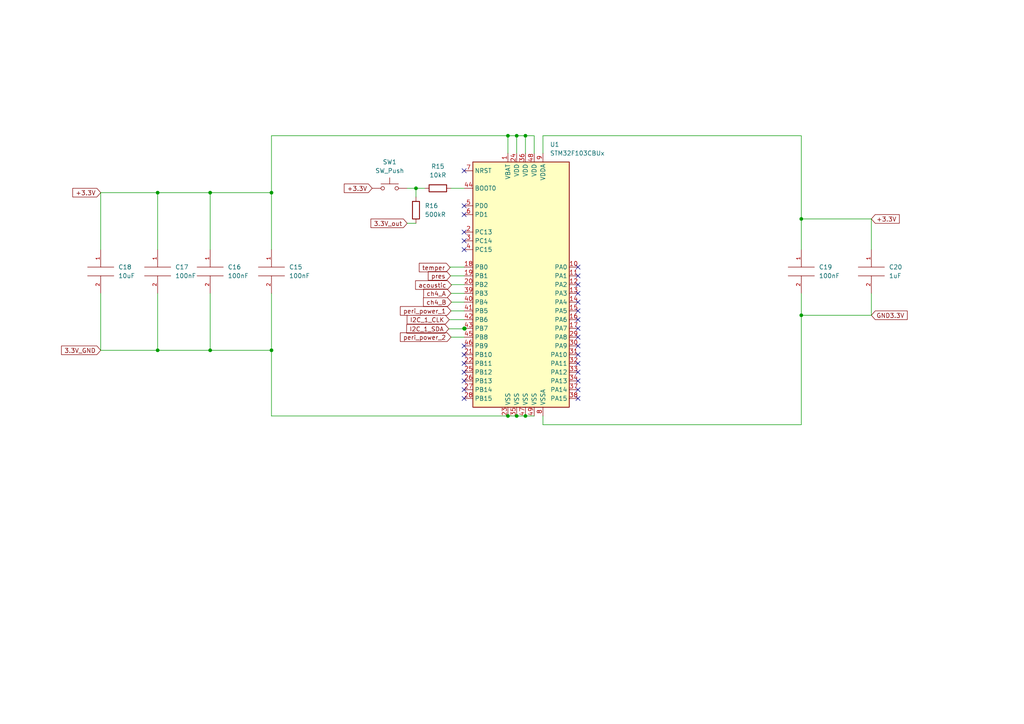
<source format=kicad_sch>
(kicad_sch (version 20211123) (generator eeschema)

  (uuid 3debd225-3ced-4504-af11-875d8cb35853)

  (paper "A4")

  (lib_symbols
    (symbol "Device:R" (pin_numbers hide) (pin_names (offset 0)) (in_bom yes) (on_board yes)
      (property "Reference" "R" (id 0) (at 2.032 0 90)
        (effects (font (size 1.27 1.27)))
      )
      (property "Value" "R" (id 1) (at 0 0 90)
        (effects (font (size 1.27 1.27)))
      )
      (property "Footprint" "" (id 2) (at -1.778 0 90)
        (effects (font (size 1.27 1.27)) hide)
      )
      (property "Datasheet" "~" (id 3) (at 0 0 0)
        (effects (font (size 1.27 1.27)) hide)
      )
      (property "ki_keywords" "R res resistor" (id 4) (at 0 0 0)
        (effects (font (size 1.27 1.27)) hide)
      )
      (property "ki_description" "Resistor" (id 5) (at 0 0 0)
        (effects (font (size 1.27 1.27)) hide)
      )
      (property "ki_fp_filters" "R_*" (id 6) (at 0 0 0)
        (effects (font (size 1.27 1.27)) hide)
      )
      (symbol "R_0_1"
        (rectangle (start -1.016 -2.54) (end 1.016 2.54)
          (stroke (width 0.254) (type default) (color 0 0 0 0))
          (fill (type none))
        )
      )
      (symbol "R_1_1"
        (pin passive line (at 0 3.81 270) (length 1.27)
          (name "~" (effects (font (size 1.27 1.27))))
          (number "1" (effects (font (size 1.27 1.27))))
        )
        (pin passive line (at 0 -3.81 90) (length 1.27)
          (name "~" (effects (font (size 1.27 1.27))))
          (number "2" (effects (font (size 1.27 1.27))))
        )
      )
    )
    (symbol "MCU_ST_STM32F1:STM32F103CBUx" (in_bom yes) (on_board yes)
      (property "Reference" "U" (id 0) (at -15.24 36.83 0)
        (effects (font (size 1.27 1.27)) (justify left))
      )
      (property "Value" "STM32F103CBUx" (id 1) (at 7.62 36.83 0)
        (effects (font (size 1.27 1.27)) (justify left))
      )
      (property "Footprint" "Package_DFN_QFN:QFN-48-1EP_7x7mm_P0.5mm_EP5.6x5.6mm" (id 2) (at -15.24 -35.56 0)
        (effects (font (size 1.27 1.27)) (justify right) hide)
      )
      (property "Datasheet" "http://www.st.com/st-web-ui/static/active/en/resource/technical/document/datasheet/CD00161566.pdf" (id 3) (at 0 0 0)
        (effects (font (size 1.27 1.27)) hide)
      )
      (property "ki_keywords" "ARM Cortex-M3 STM32F1 STM32F103" (id 4) (at 0 0 0)
        (effects (font (size 1.27 1.27)) hide)
      )
      (property "ki_description" "ARM Cortex-M3 MCU, 128KB flash, 20KB RAM, 72MHz, 2-3.6V, 37 GPIO, UFQFPN-48" (id 5) (at 0 0 0)
        (effects (font (size 1.27 1.27)) hide)
      )
      (property "ki_fp_filters" "QFN*1EP*7x7mm*P0.5mm*" (id 6) (at 0 0 0)
        (effects (font (size 1.27 1.27)) hide)
      )
      (symbol "STM32F103CBUx_0_1"
        (rectangle (start -15.24 -35.56) (end 12.7 35.56)
          (stroke (width 0.254) (type default) (color 0 0 0 0))
          (fill (type background))
        )
      )
      (symbol "STM32F103CBUx_1_1"
        (pin power_in line (at -5.08 38.1 270) (length 2.54)
          (name "VBAT" (effects (font (size 1.27 1.27))))
          (number "1" (effects (font (size 1.27 1.27))))
        )
        (pin bidirectional line (at 15.24 5.08 180) (length 2.54)
          (name "PA0" (effects (font (size 1.27 1.27))))
          (number "10" (effects (font (size 1.27 1.27))))
        )
        (pin bidirectional line (at 15.24 2.54 180) (length 2.54)
          (name "PA1" (effects (font (size 1.27 1.27))))
          (number "11" (effects (font (size 1.27 1.27))))
        )
        (pin bidirectional line (at 15.24 0 180) (length 2.54)
          (name "PA2" (effects (font (size 1.27 1.27))))
          (number "12" (effects (font (size 1.27 1.27))))
        )
        (pin bidirectional line (at 15.24 -2.54 180) (length 2.54)
          (name "PA3" (effects (font (size 1.27 1.27))))
          (number "13" (effects (font (size 1.27 1.27))))
        )
        (pin bidirectional line (at 15.24 -5.08 180) (length 2.54)
          (name "PA4" (effects (font (size 1.27 1.27))))
          (number "14" (effects (font (size 1.27 1.27))))
        )
        (pin bidirectional line (at 15.24 -7.62 180) (length 2.54)
          (name "PA5" (effects (font (size 1.27 1.27))))
          (number "15" (effects (font (size 1.27 1.27))))
        )
        (pin bidirectional line (at 15.24 -10.16 180) (length 2.54)
          (name "PA6" (effects (font (size 1.27 1.27))))
          (number "16" (effects (font (size 1.27 1.27))))
        )
        (pin bidirectional line (at 15.24 -12.7 180) (length 2.54)
          (name "PA7" (effects (font (size 1.27 1.27))))
          (number "17" (effects (font (size 1.27 1.27))))
        )
        (pin bidirectional line (at -17.78 5.08 0) (length 2.54)
          (name "PB0" (effects (font (size 1.27 1.27))))
          (number "18" (effects (font (size 1.27 1.27))))
        )
        (pin bidirectional line (at -17.78 2.54 0) (length 2.54)
          (name "PB1" (effects (font (size 1.27 1.27))))
          (number "19" (effects (font (size 1.27 1.27))))
        )
        (pin bidirectional line (at -17.78 15.24 0) (length 2.54)
          (name "PC13" (effects (font (size 1.27 1.27))))
          (number "2" (effects (font (size 1.27 1.27))))
        )
        (pin bidirectional line (at -17.78 0 0) (length 2.54)
          (name "PB2" (effects (font (size 1.27 1.27))))
          (number "20" (effects (font (size 1.27 1.27))))
        )
        (pin bidirectional line (at -17.78 -20.32 0) (length 2.54)
          (name "PB10" (effects (font (size 1.27 1.27))))
          (number "21" (effects (font (size 1.27 1.27))))
        )
        (pin bidirectional line (at -17.78 -22.86 0) (length 2.54)
          (name "PB11" (effects (font (size 1.27 1.27))))
          (number "22" (effects (font (size 1.27 1.27))))
        )
        (pin power_in line (at -5.08 -38.1 90) (length 2.54)
          (name "VSS" (effects (font (size 1.27 1.27))))
          (number "23" (effects (font (size 1.27 1.27))))
        )
        (pin power_in line (at -2.54 38.1 270) (length 2.54)
          (name "VDD" (effects (font (size 1.27 1.27))))
          (number "24" (effects (font (size 1.27 1.27))))
        )
        (pin bidirectional line (at -17.78 -25.4 0) (length 2.54)
          (name "PB12" (effects (font (size 1.27 1.27))))
          (number "25" (effects (font (size 1.27 1.27))))
        )
        (pin bidirectional line (at -17.78 -27.94 0) (length 2.54)
          (name "PB13" (effects (font (size 1.27 1.27))))
          (number "26" (effects (font (size 1.27 1.27))))
        )
        (pin bidirectional line (at -17.78 -30.48 0) (length 2.54)
          (name "PB14" (effects (font (size 1.27 1.27))))
          (number "27" (effects (font (size 1.27 1.27))))
        )
        (pin bidirectional line (at -17.78 -33.02 0) (length 2.54)
          (name "PB15" (effects (font (size 1.27 1.27))))
          (number "28" (effects (font (size 1.27 1.27))))
        )
        (pin bidirectional line (at 15.24 -15.24 180) (length 2.54)
          (name "PA8" (effects (font (size 1.27 1.27))))
          (number "29" (effects (font (size 1.27 1.27))))
        )
        (pin bidirectional line (at -17.78 12.7 0) (length 2.54)
          (name "PC14" (effects (font (size 1.27 1.27))))
          (number "3" (effects (font (size 1.27 1.27))))
        )
        (pin bidirectional line (at 15.24 -17.78 180) (length 2.54)
          (name "PA9" (effects (font (size 1.27 1.27))))
          (number "30" (effects (font (size 1.27 1.27))))
        )
        (pin bidirectional line (at 15.24 -20.32 180) (length 2.54)
          (name "PA10" (effects (font (size 1.27 1.27))))
          (number "31" (effects (font (size 1.27 1.27))))
        )
        (pin bidirectional line (at 15.24 -22.86 180) (length 2.54)
          (name "PA11" (effects (font (size 1.27 1.27))))
          (number "32" (effects (font (size 1.27 1.27))))
        )
        (pin bidirectional line (at 15.24 -25.4 180) (length 2.54)
          (name "PA12" (effects (font (size 1.27 1.27))))
          (number "33" (effects (font (size 1.27 1.27))))
        )
        (pin bidirectional line (at 15.24 -27.94 180) (length 2.54)
          (name "PA13" (effects (font (size 1.27 1.27))))
          (number "34" (effects (font (size 1.27 1.27))))
        )
        (pin power_in line (at -2.54 -38.1 90) (length 2.54)
          (name "VSS" (effects (font (size 1.27 1.27))))
          (number "35" (effects (font (size 1.27 1.27))))
        )
        (pin power_in line (at 0 38.1 270) (length 2.54)
          (name "VDD" (effects (font (size 1.27 1.27))))
          (number "36" (effects (font (size 1.27 1.27))))
        )
        (pin bidirectional line (at 15.24 -30.48 180) (length 2.54)
          (name "PA14" (effects (font (size 1.27 1.27))))
          (number "37" (effects (font (size 1.27 1.27))))
        )
        (pin bidirectional line (at 15.24 -33.02 180) (length 2.54)
          (name "PA15" (effects (font (size 1.27 1.27))))
          (number "38" (effects (font (size 1.27 1.27))))
        )
        (pin bidirectional line (at -17.78 -2.54 0) (length 2.54)
          (name "PB3" (effects (font (size 1.27 1.27))))
          (number "39" (effects (font (size 1.27 1.27))))
        )
        (pin bidirectional line (at -17.78 10.16 0) (length 2.54)
          (name "PC15" (effects (font (size 1.27 1.27))))
          (number "4" (effects (font (size 1.27 1.27))))
        )
        (pin bidirectional line (at -17.78 -5.08 0) (length 2.54)
          (name "PB4" (effects (font (size 1.27 1.27))))
          (number "40" (effects (font (size 1.27 1.27))))
        )
        (pin bidirectional line (at -17.78 -7.62 0) (length 2.54)
          (name "PB5" (effects (font (size 1.27 1.27))))
          (number "41" (effects (font (size 1.27 1.27))))
        )
        (pin bidirectional line (at -17.78 -10.16 0) (length 2.54)
          (name "PB6" (effects (font (size 1.27 1.27))))
          (number "42" (effects (font (size 1.27 1.27))))
        )
        (pin bidirectional line (at -17.78 -12.7 0) (length 2.54)
          (name "PB7" (effects (font (size 1.27 1.27))))
          (number "43" (effects (font (size 1.27 1.27))))
        )
        (pin input line (at -17.78 27.94 0) (length 2.54)
          (name "BOOT0" (effects (font (size 1.27 1.27))))
          (number "44" (effects (font (size 1.27 1.27))))
        )
        (pin bidirectional line (at -17.78 -15.24 0) (length 2.54)
          (name "PB8" (effects (font (size 1.27 1.27))))
          (number "45" (effects (font (size 1.27 1.27))))
        )
        (pin bidirectional line (at -17.78 -17.78 0) (length 2.54)
          (name "PB9" (effects (font (size 1.27 1.27))))
          (number "46" (effects (font (size 1.27 1.27))))
        )
        (pin power_in line (at 0 -38.1 90) (length 2.54)
          (name "VSS" (effects (font (size 1.27 1.27))))
          (number "47" (effects (font (size 1.27 1.27))))
        )
        (pin power_in line (at 2.54 38.1 270) (length 2.54)
          (name "VDD" (effects (font (size 1.27 1.27))))
          (number "48" (effects (font (size 1.27 1.27))))
        )
        (pin power_in line (at 2.54 -38.1 90) (length 2.54)
          (name "VSS" (effects (font (size 1.27 1.27))))
          (number "49" (effects (font (size 1.27 1.27))))
        )
        (pin input line (at -17.78 22.86 0) (length 2.54)
          (name "PD0" (effects (font (size 1.27 1.27))))
          (number "5" (effects (font (size 1.27 1.27))))
        )
        (pin input line (at -17.78 20.32 0) (length 2.54)
          (name "PD1" (effects (font (size 1.27 1.27))))
          (number "6" (effects (font (size 1.27 1.27))))
        )
        (pin input line (at -17.78 33.02 0) (length 2.54)
          (name "NRST" (effects (font (size 1.27 1.27))))
          (number "7" (effects (font (size 1.27 1.27))))
        )
        (pin power_in line (at 5.08 -38.1 90) (length 2.54)
          (name "VSSA" (effects (font (size 1.27 1.27))))
          (number "8" (effects (font (size 1.27 1.27))))
        )
        (pin power_in line (at 5.08 38.1 270) (length 2.54)
          (name "VDDA" (effects (font (size 1.27 1.27))))
          (number "9" (effects (font (size 1.27 1.27))))
        )
      )
    )
    (symbol "Switch:SW_Push" (pin_numbers hide) (pin_names (offset 1.016) hide) (in_bom yes) (on_board yes)
      (property "Reference" "SW" (id 0) (at 1.27 2.54 0)
        (effects (font (size 1.27 1.27)) (justify left))
      )
      (property "Value" "SW_Push" (id 1) (at 0 -1.524 0)
        (effects (font (size 1.27 1.27)))
      )
      (property "Footprint" "" (id 2) (at 0 5.08 0)
        (effects (font (size 1.27 1.27)) hide)
      )
      (property "Datasheet" "~" (id 3) (at 0 5.08 0)
        (effects (font (size 1.27 1.27)) hide)
      )
      (property "ki_keywords" "switch normally-open pushbutton push-button" (id 4) (at 0 0 0)
        (effects (font (size 1.27 1.27)) hide)
      )
      (property "ki_description" "Push button switch, generic, two pins" (id 5) (at 0 0 0)
        (effects (font (size 1.27 1.27)) hide)
      )
      (symbol "SW_Push_0_1"
        (circle (center -2.032 0) (radius 0.508)
          (stroke (width 0) (type default) (color 0 0 0 0))
          (fill (type none))
        )
        (polyline
          (pts
            (xy 0 1.27)
            (xy 0 3.048)
          )
          (stroke (width 0) (type default) (color 0 0 0 0))
          (fill (type none))
        )
        (polyline
          (pts
            (xy 2.54 1.27)
            (xy -2.54 1.27)
          )
          (stroke (width 0) (type default) (color 0 0 0 0))
          (fill (type none))
        )
        (circle (center 2.032 0) (radius 0.508)
          (stroke (width 0) (type default) (color 0 0 0 0))
          (fill (type none))
        )
        (pin passive line (at -5.08 0 0) (length 2.54)
          (name "1" (effects (font (size 1.27 1.27))))
          (number "1" (effects (font (size 1.27 1.27))))
        )
        (pin passive line (at 5.08 0 180) (length 2.54)
          (name "2" (effects (font (size 1.27 1.27))))
          (number "2" (effects (font (size 1.27 1.27))))
        )
      )
    )
    (symbol "pspice:C" (pin_names (offset 0.254)) (in_bom yes) (on_board yes)
      (property "Reference" "C" (id 0) (at 2.54 3.81 90)
        (effects (font (size 1.27 1.27)))
      )
      (property "Value" "C" (id 1) (at 2.54 -3.81 90)
        (effects (font (size 1.27 1.27)))
      )
      (property "Footprint" "" (id 2) (at 0 0 0)
        (effects (font (size 1.27 1.27)) hide)
      )
      (property "Datasheet" "~" (id 3) (at 0 0 0)
        (effects (font (size 1.27 1.27)) hide)
      )
      (property "ki_keywords" "simulation" (id 4) (at 0 0 0)
        (effects (font (size 1.27 1.27)) hide)
      )
      (property "ki_description" "Capacitor symbol for simulation only" (id 5) (at 0 0 0)
        (effects (font (size 1.27 1.27)) hide)
      )
      (symbol "C_0_1"
        (polyline
          (pts
            (xy -3.81 -1.27)
            (xy 3.81 -1.27)
          )
          (stroke (width 0) (type default) (color 0 0 0 0))
          (fill (type none))
        )
        (polyline
          (pts
            (xy -3.81 1.27)
            (xy 3.81 1.27)
          )
          (stroke (width 0) (type default) (color 0 0 0 0))
          (fill (type none))
        )
      )
      (symbol "C_1_1"
        (pin passive line (at 0 6.35 270) (length 5.08)
          (name "~" (effects (font (size 1.016 1.016))))
          (number "1" (effects (font (size 1.016 1.016))))
        )
        (pin passive line (at 0 -6.35 90) (length 5.08)
          (name "~" (effects (font (size 1.016 1.016))))
          (number "2" (effects (font (size 1.016 1.016))))
        )
      )
    )
  )

  (junction (at 149.86 120.65) (diameter 0) (color 0 0 0 0)
    (uuid 10f61d57-4927-47b6-99ee-4db2c7d5dc57)
  )
  (junction (at 134.747 95.25) (diameter 0) (color 0 0 0 0)
    (uuid 22fda308-ab47-4000-96bb-ea90d1963425)
  )
  (junction (at 45.72 101.6) (diameter 0) (color 0 0 0 0)
    (uuid 27d85be4-ff92-4883-a502-1ec5c3d5787e)
  )
  (junction (at 45.72 55.88) (diameter 0) (color 0 0 0 0)
    (uuid 2f695f38-070c-48c2-9183-0e2a6c970124)
  )
  (junction (at 149.86 39.37) (diameter 0) (color 0 0 0 0)
    (uuid 579faa9e-d869-44ed-9c26-32ec11b71d8f)
  )
  (junction (at 134.747 95.377) (diameter 0) (color 0 0 0 0)
    (uuid 792968a5-02db-4324-8a68-365521c024e9)
  )
  (junction (at 147.32 120.65) (diameter 0) (color 0 0 0 0)
    (uuid 87e86da5-c163-437b-99b3-551dce4a4963)
  )
  (junction (at 152.4 120.65) (diameter 0) (color 0 0 0 0)
    (uuid 9d79845f-348a-4623-a0bc-91868abce771)
  )
  (junction (at 60.96 101.6) (diameter 0) (color 0 0 0 0)
    (uuid a076cc2b-8378-484e-b1fc-df3146530463)
  )
  (junction (at 147.32 39.37) (diameter 0) (color 0 0 0 0)
    (uuid a34f663b-4989-46b3-a153-f7a08b75527d)
  )
  (junction (at 60.96 55.88) (diameter 0) (color 0 0 0 0)
    (uuid b13adb4c-40b2-4759-bdb7-bb63ffe1b38b)
  )
  (junction (at 78.74 55.88) (diameter 0) (color 0 0 0 0)
    (uuid c2b65dc7-34c0-4d7e-8860-021fed5d3b45)
  )
  (junction (at 120.65 54.61) (diameter 0) (color 0 0 0 0)
    (uuid c473ed34-70ad-4d4a-877f-d0d9558b0bb1)
  )
  (junction (at 134.62 95.25) (diameter 0) (color 0 0 0 0)
    (uuid ceacaf8e-77e5-4c52-8994-779403bafb9d)
  )
  (junction (at 232.41 91.44) (diameter 0) (color 0 0 0 0)
    (uuid d150276d-1937-4fd8-8acb-798ef368881a)
  )
  (junction (at 152.4 39.37) (diameter 0) (color 0 0 0 0)
    (uuid d9b65caa-59f1-4130-b5d1-7989412e09f9)
  )
  (junction (at 78.74 101.6) (diameter 0) (color 0 0 0 0)
    (uuid dc461932-0ff4-4039-bd35-ffeb747b2d8f)
  )
  (junction (at 232.41 63.5) (diameter 0) (color 0 0 0 0)
    (uuid e362277b-7c1d-4fd6-ba50-5f6449e51d47)
  )

  (no_connect (at 134.62 107.95) (uuid 0a075613-9045-4683-ba8c-7e0f4f376fc6))
  (no_connect (at 134.62 49.53) (uuid 17fe2ff3-15f7-4dab-aead-34314b310f90))
  (no_connect (at 167.64 115.57) (uuid 2242fab9-6857-49ce-8e06-6b950b4258fe))
  (no_connect (at 134.62 59.69) (uuid 28d705a7-3048-448e-98cc-44b0dc5ee6fe))
  (no_connect (at 167.64 113.03) (uuid 2f2f3ed9-a626-4980-9e5e-c0e6192cf0f4))
  (no_connect (at 134.62 67.31) (uuid 33727a54-0529-4d58-acf9-85c3865872f9))
  (no_connect (at 134.62 102.87) (uuid 3d1a2142-2328-438e-84b8-b85d47ef1f54))
  (no_connect (at 167.64 85.09) (uuid 3e30734a-7711-4910-9e10-e07368fb4534))
  (no_connect (at 134.62 110.49) (uuid 480da6a6-d1f4-4541-9165-5a40a4a3382b))
  (no_connect (at 134.62 100.33) (uuid 56ecd988-10e2-42d0-ba6b-298d93310412))
  (no_connect (at 134.62 113.03) (uuid 5d06b1be-9c64-40e2-b924-a90da5659e36))
  (no_connect (at 167.64 107.95) (uuid 5e4adef7-915c-4551-a230-6c1864de4019))
  (no_connect (at 167.64 95.25) (uuid 623d3b2a-a9d3-46d6-b18e-fa79b582454f))
  (no_connect (at 167.64 77.47) (uuid 680bf455-e162-4e05-91da-6b4a95676fee))
  (no_connect (at 167.64 105.41) (uuid 6dc27225-cda4-49af-b002-b40824a9bfff))
  (no_connect (at 167.64 82.55) (uuid 7284befe-4d60-4d8d-8f4a-71423327ecbe))
  (no_connect (at 134.62 69.85) (uuid 92d95cd1-6b56-474b-98f4-e138557ff8e9))
  (no_connect (at 167.64 97.79) (uuid 948484ec-34a1-4ac8-9765-b5e283f18d57))
  (no_connect (at 167.64 92.71) (uuid 94903ad5-7560-42b7-9291-8b7863187e5b))
  (no_connect (at 167.64 110.49) (uuid 977af713-9f55-4bc8-a567-9c2ff633ec8d))
  (no_connect (at 134.62 105.41) (uuid 9ad2f5e4-0483-432e-bee9-e6b1fdad6c19))
  (no_connect (at 167.64 100.33) (uuid ba1607d1-6d26-4805-9be6-41f7a8b0b473))
  (no_connect (at 134.62 62.23) (uuid bb132b82-2367-4805-bebb-089683e9601e))
  (no_connect (at 167.64 102.87) (uuid bb2582ab-fc8e-447e-abef-33a6c5c4da53))
  (no_connect (at 134.62 72.39) (uuid befe4385-a962-4744-b505-c7969a0bf3a7))
  (no_connect (at 167.64 87.63) (uuid c0125798-332c-4984-9feb-d0c636f5ee95))
  (no_connect (at 134.62 115.57) (uuid c5267042-1bf0-4a81-9904-97323d88e1f5))
  (no_connect (at 167.64 80.01) (uuid d9e9a891-6309-420c-b1cf-4438652a8735))
  (no_connect (at 167.64 90.17) (uuid fa150df0-4402-487f-b40e-42bfe897bbea))

  (wire (pts (xy 147.32 120.65) (xy 78.74 120.65))
    (stroke (width 0) (type default) (color 0 0 0 0))
    (uuid 0e3b6dc2-dcd2-41ab-9c71-3ff88bb1f21c)
  )
  (wire (pts (xy 232.41 85.09) (xy 232.41 91.44))
    (stroke (width 0) (type default) (color 0 0 0 0))
    (uuid 0eb4f9bd-8f72-4dc8-80f5-85b74bf90c9d)
  )
  (wire (pts (xy 130.937 82.55) (xy 130.937 82.677))
    (stroke (width 0) (type default) (color 0 0 0 0))
    (uuid 0fe19a2f-6efa-46f6-8392-a274c4b40763)
  )
  (wire (pts (xy 157.48 123.19) (xy 157.48 120.65))
    (stroke (width 0) (type default) (color 0 0 0 0))
    (uuid 1a09cd90-1c32-4082-bb92-4dc01101dfa3)
  )
  (wire (pts (xy 149.86 39.37) (xy 152.4 39.37))
    (stroke (width 0) (type default) (color 0 0 0 0))
    (uuid 1f42d0c6-a053-4cfa-9c74-a8ee58203fc5)
  )
  (wire (pts (xy 252.73 85.09) (xy 252.73 91.44))
    (stroke (width 0) (type default) (color 0 0 0 0))
    (uuid 2979cde2-1692-4d45-9466-4612a22b9dc1)
  )
  (wire (pts (xy 130.556 77.47) (xy 130.556 77.597))
    (stroke (width 0) (type default) (color 0 0 0 0))
    (uuid 2e2c6c1f-4819-46cd-8daa-40946d049bc1)
  )
  (wire (pts (xy 118.11 54.61) (xy 120.65 54.61))
    (stroke (width 0) (type default) (color 0 0 0 0))
    (uuid 2e543fbb-fc4a-49e5-a93f-7b1ade80d835)
  )
  (wire (pts (xy 130.683 80.01) (xy 134.62 80.01))
    (stroke (width 0) (type default) (color 0 0 0 0))
    (uuid 36c361c0-c7ac-4fa6-b818-c98df35b3dab)
  )
  (wire (pts (xy 60.96 55.88) (xy 45.72 55.88))
    (stroke (width 0) (type default) (color 0 0 0 0))
    (uuid 3b9efb6b-be3b-4a3e-97a1-d66a07bfba9d)
  )
  (wire (pts (xy 232.41 123.19) (xy 157.48 123.19))
    (stroke (width 0) (type default) (color 0 0 0 0))
    (uuid 3e2ab336-7202-493a-a86a-aab68d9f9a6d)
  )
  (wire (pts (xy 118.11 64.77) (xy 120.65 64.77))
    (stroke (width 0) (type default) (color 0 0 0 0))
    (uuid 415da641-d03e-4fc9-8b86-67f2bb661f8f)
  )
  (wire (pts (xy 120.65 57.15) (xy 120.65 54.61))
    (stroke (width 0) (type default) (color 0 0 0 0))
    (uuid 438c8a60-daf7-469c-9de4-32c533ea3d3d)
  )
  (wire (pts (xy 29.21 85.09) (xy 29.21 101.6))
    (stroke (width 0) (type default) (color 0 0 0 0))
    (uuid 45cee651-bcca-4673-a047-c5f017fa045c)
  )
  (wire (pts (xy 134.747 95.377) (xy 134.747 95.25))
    (stroke (width 0) (type default) (color 0 0 0 0))
    (uuid 46ab4472-751b-4599-bff5-b6609610f6e0)
  )
  (wire (pts (xy 232.41 91.44) (xy 232.41 123.19))
    (stroke (width 0) (type default) (color 0 0 0 0))
    (uuid 493d1291-4a46-41f0-83aa-73dea201a849)
  )
  (wire (pts (xy 78.74 101.6) (xy 60.96 101.6))
    (stroke (width 0) (type default) (color 0 0 0 0))
    (uuid 49c2293c-d946-4027-95ce-83cf5ec8e801)
  )
  (wire (pts (xy 134.62 82.55) (xy 130.937 82.55))
    (stroke (width 0) (type default) (color 0 0 0 0))
    (uuid 4f627f62-7b02-4604-bcec-f9540d00c791)
  )
  (wire (pts (xy 147.32 39.37) (xy 149.86 39.37))
    (stroke (width 0) (type default) (color 0 0 0 0))
    (uuid 51034591-fb11-4cd0-802a-91259bd51cf9)
  )
  (wire (pts (xy 152.4 39.37) (xy 152.4 44.45))
    (stroke (width 0) (type default) (color 0 0 0 0))
    (uuid 54d09905-cd6c-49bd-9f6f-98b649dceaf4)
  )
  (wire (pts (xy 152.4 120.65) (xy 154.94 120.65))
    (stroke (width 0) (type default) (color 0 0 0 0))
    (uuid 560f57b7-0fa4-4080-a733-7c9df36ddf59)
  )
  (wire (pts (xy 134.62 77.47) (xy 130.556 77.47))
    (stroke (width 0) (type default) (color 0 0 0 0))
    (uuid 5b3efa3b-857e-4fb1-a9fd-f99c6274ebee)
  )
  (wire (pts (xy 78.74 55.88) (xy 78.74 39.37))
    (stroke (width 0) (type default) (color 0 0 0 0))
    (uuid 5df06a9b-937a-460a-96c3-0bf12d5c4278)
  )
  (wire (pts (xy 232.41 91.44) (xy 252.73 91.44))
    (stroke (width 0) (type default) (color 0 0 0 0))
    (uuid 6149ce8a-2c9e-439a-96aa-3318fc2d97c5)
  )
  (wire (pts (xy 29.21 101.6) (xy 45.72 101.6))
    (stroke (width 0) (type default) (color 0 0 0 0))
    (uuid 63c5a2cc-828b-4e3f-af00-aa4c4da2b399)
  )
  (wire (pts (xy 130.81 90.17) (xy 134.62 90.17))
    (stroke (width 0) (type default) (color 0 0 0 0))
    (uuid 642cfcf2-4714-4ecf-a8de-cc27bd27ed3b)
  )
  (wire (pts (xy 60.96 101.6) (xy 60.96 85.09))
    (stroke (width 0) (type default) (color 0 0 0 0))
    (uuid 65c4265b-8412-488b-8cf4-5df79be0e32d)
  )
  (wire (pts (xy 78.74 120.65) (xy 78.74 101.6))
    (stroke (width 0) (type default) (color 0 0 0 0))
    (uuid 69ba8992-0dcf-4eb1-8982-599700063f3f)
  )
  (wire (pts (xy 232.41 63.5) (xy 252.73 63.5))
    (stroke (width 0) (type default) (color 0 0 0 0))
    (uuid 6ceb93d5-317c-4b1c-87d4-16b1fe7cc739)
  )
  (wire (pts (xy 149.86 120.65) (xy 152.4 120.65))
    (stroke (width 0) (type default) (color 0 0 0 0))
    (uuid 6dd65628-8879-444e-9ea9-a36fb9096e68)
  )
  (wire (pts (xy 78.74 55.88) (xy 60.96 55.88))
    (stroke (width 0) (type default) (color 0 0 0 0))
    (uuid 755e0b9d-b929-4192-96f4-a09200f7c8c2)
  )
  (wire (pts (xy 29.21 72.39) (xy 29.21 55.88))
    (stroke (width 0) (type default) (color 0 0 0 0))
    (uuid 7d781d31-5b91-4a41-aa28-7f11130a95cf)
  )
  (wire (pts (xy 130.81 97.79) (xy 134.62 97.79))
    (stroke (width 0) (type default) (color 0 0 0 0))
    (uuid 7f3765fe-a83e-4f9f-a2ab-9d54f52eaef0)
  )
  (wire (pts (xy 78.74 72.39) (xy 78.74 55.88))
    (stroke (width 0) (type default) (color 0 0 0 0))
    (uuid 835e085e-3102-4404-9602-74c6a3fa0f95)
  )
  (wire (pts (xy 60.96 72.39) (xy 60.96 55.88))
    (stroke (width 0) (type default) (color 0 0 0 0))
    (uuid 83c49063-4869-4d84-802e-10b5d74cb123)
  )
  (wire (pts (xy 120.65 54.61) (xy 123.19 54.61))
    (stroke (width 0) (type default) (color 0 0 0 0))
    (uuid 849bd7c4-2140-4ba7-85fd-78a6db7356d4)
  )
  (wire (pts (xy 232.41 39.37) (xy 157.48 39.37))
    (stroke (width 0) (type default) (color 0 0 0 0))
    (uuid 861fe414-1227-4030-8875-73eafc849a4b)
  )
  (wire (pts (xy 45.72 101.6) (xy 60.96 101.6))
    (stroke (width 0) (type default) (color 0 0 0 0))
    (uuid 8dddabd6-bde5-43ef-9a76-07a792ae7531)
  )
  (wire (pts (xy 157.48 39.37) (xy 157.48 44.45))
    (stroke (width 0) (type default) (color 0 0 0 0))
    (uuid 91b0f906-4e8d-47af-a379-2a2d41c69bf8)
  )
  (wire (pts (xy 45.72 85.09) (xy 45.72 101.6))
    (stroke (width 0) (type default) (color 0 0 0 0))
    (uuid 9941376f-6916-4194-a24a-c25d778db835)
  )
  (wire (pts (xy 130.937 87.63) (xy 134.62 87.63))
    (stroke (width 0) (type default) (color 0 0 0 0))
    (uuid 9b34bfc4-0f1d-476e-92c9-986dca2f13a9)
  )
  (wire (pts (xy 130.175 95.377) (xy 134.747 95.377))
    (stroke (width 0) (type default) (color 0 0 0 0))
    (uuid 9d99e7a8-8d92-41e2-92cd-b2781cc9842a)
  )
  (wire (pts (xy 154.94 39.37) (xy 154.94 44.45))
    (stroke (width 0) (type default) (color 0 0 0 0))
    (uuid a59a1f67-f762-4650-a313-b1674e762a66)
  )
  (wire (pts (xy 232.41 63.5) (xy 232.41 39.37))
    (stroke (width 0) (type default) (color 0 0 0 0))
    (uuid be8bbda4-008a-4244-9d85-4be9410b70cd)
  )
  (wire (pts (xy 147.32 120.65) (xy 149.86 120.65))
    (stroke (width 0) (type default) (color 0 0 0 0))
    (uuid bf0ac8cd-0ac0-45be-96c3-3881f38c5d2d)
  )
  (wire (pts (xy 29.21 55.88) (xy 45.72 55.88))
    (stroke (width 0) (type default) (color 0 0 0 0))
    (uuid bfba3902-b418-4972-81e1-b08612b4b441)
  )
  (wire (pts (xy 130.302 92.71) (xy 134.62 92.71))
    (stroke (width 0) (type default) (color 0 0 0 0))
    (uuid c3dd117a-e022-4638-8261-ca1c31c9234c)
  )
  (wire (pts (xy 78.74 39.37) (xy 147.32 39.37))
    (stroke (width 0) (type default) (color 0 0 0 0))
    (uuid c9a73464-ca5b-4866-8f47-0d0afe507d7f)
  )
  (wire (pts (xy 147.32 39.37) (xy 147.32 44.45))
    (stroke (width 0) (type default) (color 0 0 0 0))
    (uuid cd5aee20-49cc-431a-80d3-5adc5a450460)
  )
  (wire (pts (xy 252.73 63.5) (xy 252.73 72.39))
    (stroke (width 0) (type default) (color 0 0 0 0))
    (uuid d4b8b13d-ae00-45aa-ab3c-de0596c4cddf)
  )
  (wire (pts (xy 149.86 39.37) (xy 149.86 44.45))
    (stroke (width 0) (type default) (color 0 0 0 0))
    (uuid d5557456-bd50-4088-9a23-bb1f8520366b)
  )
  (wire (pts (xy 130.81 85.09) (xy 134.62 85.09))
    (stroke (width 0) (type default) (color 0 0 0 0))
    (uuid d57bfc8f-c353-4090-9d62-85bd8eec2abf)
  )
  (wire (pts (xy 134.747 95.25) (xy 134.62 95.25))
    (stroke (width 0) (type default) (color 0 0 0 0))
    (uuid da7dafb3-84f0-4613-bd28-7142719c1426)
  )
  (wire (pts (xy 232.41 72.39) (xy 232.41 63.5))
    (stroke (width 0) (type default) (color 0 0 0 0))
    (uuid e0f6b0ac-13e8-4fc8-928d-ca22cf868c21)
  )
  (wire (pts (xy 130.81 54.61) (xy 134.62 54.61))
    (stroke (width 0) (type default) (color 0 0 0 0))
    (uuid ef6023c4-8f5d-495d-988d-4f3c26b79dfc)
  )
  (wire (pts (xy 45.72 55.88) (xy 45.72 72.39))
    (stroke (width 0) (type default) (color 0 0 0 0))
    (uuid f119d646-e3aa-4638-9636-ee11fc28d775)
  )
  (wire (pts (xy 78.74 85.09) (xy 78.74 101.6))
    (stroke (width 0) (type default) (color 0 0 0 0))
    (uuid f4e6cb8e-0dd5-4649-95c3-0e1670a30ab7)
  )
  (wire (pts (xy 152.4 39.37) (xy 154.94 39.37))
    (stroke (width 0) (type default) (color 0 0 0 0))
    (uuid f608a7dc-e0f2-4116-8d8e-9f2056027c7c)
  )

  (global_label "I2C_1_CLK" (shape input) (at 130.302 92.71 180) (fields_autoplaced)
    (effects (font (size 1.27 1.27)) (justify right))
    (uuid 1733f247-cfca-45df-9b1b-250604ec7af6)
    (property "Intersheet References" "${INTERSHEET_REFS}" (id 0) (at 118.0918 92.6306 0)
      (effects (font (size 1.27 1.27)) (justify right) hide)
    )
  )
  (global_label "+3.3V" (shape input) (at 252.73 63.5 0) (fields_autoplaced)
    (effects (font (size 1.27 1.27)) (justify left))
    (uuid 175589bc-17e9-402a-af63-ba7244fa2ba7)
    (property "Intersheet References" "${INTERSHEET_REFS}" (id 0) (at 260.8279 63.4206 0)
      (effects (font (size 1.27 1.27)) (justify left) hide)
    )
  )
  (global_label "temper" (shape input) (at 130.556 77.597 180) (fields_autoplaced)
    (effects (font (size 1.27 1.27)) (justify right))
    (uuid 247fded4-d4d8-4054-860d-b594c9c8a5fd)
    (property "Intersheet References" "${INTERSHEET_REFS}" (id 0) (at 121.6115 77.6764 0)
      (effects (font (size 1.27 1.27)) (justify right) hide)
    )
  )
  (global_label "pres" (shape input) (at 130.683 80.01 180) (fields_autoplaced)
    (effects (font (size 1.27 1.27)) (justify right))
    (uuid 3bf9ca1b-111a-49b5-8373-8b055c2dba7c)
    (property "Intersheet References" "${INTERSHEET_REFS}" (id 0) (at 124.218 79.9306 0)
      (effects (font (size 1.27 1.27)) (justify right) hide)
    )
  )
  (global_label "3.3V_out" (shape input) (at 118.11 64.77 180) (fields_autoplaced)
    (effects (font (size 1.27 1.27)) (justify right))
    (uuid 62be9a44-46ea-4d32-af91-bd40477f1470)
    (property "Intersheet References" "${INTERSHEET_REFS}" (id 0) (at 107.5931 64.6906 0)
      (effects (font (size 1.27 1.27)) (justify right) hide)
    )
  )
  (global_label "+3.3V" (shape input) (at 107.95 54.61 180) (fields_autoplaced)
    (effects (font (size 1.27 1.27)) (justify right))
    (uuid 6326deca-9e8c-4c9c-9a8d-52848673adec)
    (property "Intersheet References" "${INTERSHEET_REFS}" (id 0) (at 99.8521 54.5306 0)
      (effects (font (size 1.27 1.27)) (justify right) hide)
    )
  )
  (global_label "3.3V_GND" (shape input) (at 29.21 101.6 180) (fields_autoplaced)
    (effects (font (size 1.27 1.27)) (justify right))
    (uuid 72c7e971-7118-416a-a3a0-bb367eb67daf)
    (property "Intersheet References" "${INTERSHEET_REFS}" (id 0) (at 17.8464 101.5206 0)
      (effects (font (size 1.27 1.27)) (justify right) hide)
    )
  )
  (global_label "peri_power_2" (shape input) (at 130.81 97.79 180) (fields_autoplaced)
    (effects (font (size 1.27 1.27)) (justify right))
    (uuid 8855db48-b1f3-449f-892d-ff638399200a)
    (property "Intersheet References" "${INTERSHEET_REFS}" (id 0) (at 116.1202 97.7106 0)
      (effects (font (size 1.27 1.27)) (justify right) hide)
    )
  )
  (global_label "ch4_B" (shape input) (at 130.937 87.63 180) (fields_autoplaced)
    (effects (font (size 1.27 1.27)) (justify right))
    (uuid 8b8fedd8-f4c1-4e35-ae79-7e473f802c14)
    (property "Intersheet References" "${INTERSHEET_REFS}" (id 0) (at 122.8391 87.7094 0)
      (effects (font (size 1.27 1.27)) (justify right) hide)
    )
  )
  (global_label "+3.3V" (shape input) (at 29.21 55.88 180) (fields_autoplaced)
    (effects (font (size 1.27 1.27)) (justify right))
    (uuid 9784c651-f904-44eb-920f-37bb7e6a11ca)
    (property "Intersheet References" "${INTERSHEET_REFS}" (id 0) (at 21.1121 55.8006 0)
      (effects (font (size 1.27 1.27)) (justify right) hide)
    )
  )
  (global_label "I2C_1_SDA" (shape input) (at 130.175 95.377 180) (fields_autoplaced)
    (effects (font (size 1.27 1.27)) (justify right))
    (uuid 9a4f6622-d5b6-4ef3-a226-46aad19b0b3a)
    (property "Intersheet References" "${INTERSHEET_REFS}" (id 0) (at 117.9648 95.2976 0)
      (effects (font (size 1.27 1.27)) (justify right) hide)
    )
  )
  (global_label "GND3.3V" (shape input) (at 252.73 91.44 0) (fields_autoplaced)
    (effects (font (size 1.27 1.27)) (justify left))
    (uuid cd988d1a-b9d8-44ad-814f-3d6d855b5b33)
    (property "Intersheet References" "${INTERSHEET_REFS}" (id 0) (at 263.126 91.3606 0)
      (effects (font (size 1.27 1.27)) (justify left) hide)
    )
  )
  (global_label "ch4_A" (shape input) (at 130.81 85.09 180) (fields_autoplaced)
    (effects (font (size 1.27 1.27)) (justify right))
    (uuid cfb80a47-bd42-4dd5-b13e-cdc7bdb5b1ca)
    (property "Intersheet References" "${INTERSHEET_REFS}" (id 0) (at 122.8936 85.1694 0)
      (effects (font (size 1.27 1.27)) (justify right) hide)
    )
  )
  (global_label "peri_power_1" (shape input) (at 130.81 90.17 180) (fields_autoplaced)
    (effects (font (size 1.27 1.27)) (justify right))
    (uuid e7b91a67-e733-4a1a-af8b-bac93c6ccf09)
    (property "Intersheet References" "${INTERSHEET_REFS}" (id 0) (at 116.1202 90.0906 0)
      (effects (font (size 1.27 1.27)) (justify right) hide)
    )
  )
  (global_label "acoustic" (shape input) (at 130.937 82.677 180) (fields_autoplaced)
    (effects (font (size 1.27 1.27)) (justify right))
    (uuid ef537b62-a812-45d9-b917-b8383046029d)
    (property "Intersheet References" "${INTERSHEET_REFS}" (id 0) (at 120.541 82.5976 0)
      (effects (font (size 1.27 1.27)) (justify right) hide)
    )
  )

  (symbol (lib_id "MCU_ST_STM32F1:STM32F103CBUx") (at 152.4 82.55 0) (unit 1)
    (in_bom yes) (on_board yes) (fields_autoplaced)
    (uuid 03e88226-cd4c-495e-8240-f30f511ef3fc)
    (property "Reference" "U1" (id 0) (at 159.4994 41.91 0)
      (effects (font (size 1.27 1.27)) (justify left))
    )
    (property "Value" "STM32F103CBUx" (id 1) (at 159.4994 44.45 0)
      (effects (font (size 1.27 1.27)) (justify left))
    )
    (property "Footprint" "Package_DFN_QFN:QFN-48-1EP_7x7mm_P0.5mm_EP5.6x5.6mm" (id 2) (at 137.16 118.11 0)
      (effects (font (size 1.27 1.27)) (justify right) hide)
    )
    (property "Datasheet" "http://www.st.com/st-web-ui/static/active/en/resource/technical/document/datasheet/CD00161566.pdf" (id 3) (at 152.4 82.55 0)
      (effects (font (size 1.27 1.27)) hide)
    )
    (pin "1" (uuid 7c18d266-41fd-4f6d-87cf-3a7e67f879dc))
    (pin "10" (uuid 1e034597-b2fc-49ad-967b-0c6f8435200f))
    (pin "11" (uuid 342cb105-54aa-4519-aac4-89a417436a7e))
    (pin "12" (uuid c6d63b5d-d408-4403-8636-d5703f49ec97))
    (pin "13" (uuid 9da7bd25-ab26-41c0-b7fa-168d24fe4104))
    (pin "14" (uuid 93ad10dd-296c-4460-95dc-45404d31d93a))
    (pin "15" (uuid 826390b3-0036-44dd-b1ec-214f246c4500))
    (pin "16" (uuid 695af99b-75b0-4eee-9921-d8201fd4dc4e))
    (pin "17" (uuid 125aafa6-fac1-401e-82df-7dd0f93f80c5))
    (pin "18" (uuid f2b40b2f-c099-4b59-b509-e35b3875ee17))
    (pin "19" (uuid fdabf848-c6cc-47b9-86e6-38bd0fcce70c))
    (pin "2" (uuid 70d69cd0-0f32-4fb2-9524-d170960f24db))
    (pin "20" (uuid 2aa9e979-45d8-4763-a476-1d3598240266))
    (pin "21" (uuid b9cc122e-f707-469b-b534-0345a9ef2126))
    (pin "22" (uuid 6003ffd6-7ca8-46f3-a431-bfc0962170fa))
    (pin "23" (uuid 35d5ef05-693b-4455-9ae7-b9e981d59440))
    (pin "24" (uuid 77aa3492-5ef0-44a1-b693-1ab57c56bf69))
    (pin "25" (uuid 3568bb9d-9773-423f-aaae-d066efd471f6))
    (pin "26" (uuid 95af1d63-1a74-4896-b400-d5f7cd3afa03))
    (pin "27" (uuid 2daf6725-c1ef-43f9-93be-5f18ec3b9e4a))
    (pin "28" (uuid 2a6b6413-30be-48ab-b236-4d6f27eaa695))
    (pin "29" (uuid ba33135b-aa53-4b50-94c2-78638356ab2b))
    (pin "3" (uuid f18d0a9a-d6ad-4b8e-881a-5d1f53fb7328))
    (pin "30" (uuid e45489e7-9440-40bb-8e5f-b56234d99076))
    (pin "31" (uuid 280b9940-fa75-40d8-a8ae-d427a8989c98))
    (pin "32" (uuid f2ec8093-6102-40a7-a8ca-cf31954bbc01))
    (pin "33" (uuid 9cf872e6-6b82-484f-b1f1-23794de8ed40))
    (pin "34" (uuid 41c1bfaf-5f8e-474c-9ad4-0842193a8f87))
    (pin "35" (uuid 8c1f9063-ec8d-4d33-9385-e8d871e7e257))
    (pin "36" (uuid 56aeeec3-bdc3-49eb-81ab-7dacbd16a7a4))
    (pin "37" (uuid d5d3e165-27ae-46b1-8907-56beaeaf3c45))
    (pin "38" (uuid e744dd0b-a2c3-4a5b-9071-ba40ddeb096c))
    (pin "39" (uuid fba9cc95-6c84-4ae5-afc1-14ed1a551761))
    (pin "4" (uuid 1d384010-ac69-4590-a98d-63adb40e96b8))
    (pin "40" (uuid 80305e7c-8455-4cde-a007-346a162b0424))
    (pin "41" (uuid 70846d3b-0b6d-4158-a298-d08ee1affaca))
    (pin "42" (uuid 38691b46-02fe-4ae8-96d3-545536cf26ec))
    (pin "43" (uuid 3f77f9ee-bc33-4cb2-80a2-d233fb780087))
    (pin "44" (uuid e234edbe-0423-4c45-8502-6c411fc8b423))
    (pin "45" (uuid 340ed09d-b52c-43e5-a561-ddc5ce7b4a19))
    (pin "46" (uuid 4247389d-92c5-4981-b10e-200fcf1b6259))
    (pin "47" (uuid e630e8c8-7c0d-4b80-aadf-6a0a292c6809))
    (pin "48" (uuid 6f9d320d-34b5-4df1-a13f-e3ff7756c196))
    (pin "49" (uuid e8c86484-5913-4e81-a5c8-ed815106bfc9))
    (pin "5" (uuid e5294321-10d3-49e9-bd18-6123551f40a0))
    (pin "6" (uuid 3045baea-6e2f-4716-be4a-8a7a26b848ed))
    (pin "7" (uuid 573b70b4-e6d9-4d13-9bfc-076c2c579837))
    (pin "8" (uuid 17c1233c-cfc1-4b7f-85cd-ff2320e6baad))
    (pin "9" (uuid 9bddf6ef-f3a9-4650-ba5f-578958459ac8))
  )

  (symbol (lib_id "pspice:C") (at 78.74 78.74 0) (unit 1)
    (in_bom yes) (on_board yes) (fields_autoplaced)
    (uuid 1c4d9d80-004c-4aae-a0ee-6724f8a616e3)
    (property "Reference" "C15" (id 0) (at 83.82 77.4699 0)
      (effects (font (size 1.27 1.27)) (justify left))
    )
    (property "Value" "100nF" (id 1) (at 83.82 80.0099 0)
      (effects (font (size 1.27 1.27)) (justify left))
    )
    (property "Footprint" "" (id 2) (at 78.74 78.74 0)
      (effects (font (size 1.27 1.27)) hide)
    )
    (property "Datasheet" "~" (id 3) (at 78.74 78.74 0)
      (effects (font (size 1.27 1.27)) hide)
    )
    (pin "1" (uuid b7c5665d-08c1-47e5-adb9-cb5058382bbe))
    (pin "2" (uuid 9803e6e1-c3c0-41e7-8cad-fa981ae3e6fa))
  )

  (symbol (lib_id "Device:R") (at 120.65 60.96 0) (unit 1)
    (in_bom yes) (on_board yes) (fields_autoplaced)
    (uuid 38ed9b93-44f8-48f9-ae47-04c489933495)
    (property "Reference" "R16" (id 0) (at 123.19 59.6899 0)
      (effects (font (size 1.27 1.27)) (justify left))
    )
    (property "Value" "500kR" (id 1) (at 123.19 62.2299 0)
      (effects (font (size 1.27 1.27)) (justify left))
    )
    (property "Footprint" "" (id 2) (at 118.872 60.96 90)
      (effects (font (size 1.27 1.27)) hide)
    )
    (property "Datasheet" "~" (id 3) (at 120.65 60.96 0)
      (effects (font (size 1.27 1.27)) hide)
    )
    (pin "1" (uuid f57753e6-dcf3-4005-905e-12239a503ee7))
    (pin "2" (uuid c5aee640-aa85-4406-9717-935b9ac9b135))
  )

  (symbol (lib_id "Switch:SW_Push") (at 113.03 54.61 0) (unit 1)
    (in_bom yes) (on_board yes) (fields_autoplaced)
    (uuid 4a7379e1-ac0a-4ddc-88a3-fd1e1ca6e517)
    (property "Reference" "SW1" (id 0) (at 113.03 46.99 0))
    (property "Value" "SW_Push" (id 1) (at 113.03 49.53 0))
    (property "Footprint" "" (id 2) (at 113.03 49.53 0)
      (effects (font (size 1.27 1.27)) hide)
    )
    (property "Datasheet" "~" (id 3) (at 113.03 49.53 0)
      (effects (font (size 1.27 1.27)) hide)
    )
    (pin "1" (uuid 68a18b91-a1bd-4b8f-a91c-8bb4a50784b1))
    (pin "2" (uuid 8273bb95-944f-43cc-b6e2-90ea059c9a54))
  )

  (symbol (lib_id "pspice:C") (at 252.73 78.74 0) (unit 1)
    (in_bom yes) (on_board yes) (fields_autoplaced)
    (uuid 6a116c90-fb0f-4a52-bb29-c9efba039654)
    (property "Reference" "C20" (id 0) (at 257.81 77.4699 0)
      (effects (font (size 1.27 1.27)) (justify left))
    )
    (property "Value" "1uF" (id 1) (at 257.81 80.0099 0)
      (effects (font (size 1.27 1.27)) (justify left))
    )
    (property "Footprint" "" (id 2) (at 252.73 78.74 0)
      (effects (font (size 1.27 1.27)) hide)
    )
    (property "Datasheet" "~" (id 3) (at 252.73 78.74 0)
      (effects (font (size 1.27 1.27)) hide)
    )
    (pin "1" (uuid bfeeedb4-5412-406b-ab33-50c1ade767f6))
    (pin "2" (uuid 8a05a9c1-63dc-47db-a151-6d7a3ec4978e))
  )

  (symbol (lib_id "pspice:C") (at 232.41 78.74 0) (unit 1)
    (in_bom yes) (on_board yes) (fields_autoplaced)
    (uuid 894a4b68-d98b-4c78-96f1-229c7ecfff98)
    (property "Reference" "C19" (id 0) (at 237.49 77.4699 0)
      (effects (font (size 1.27 1.27)) (justify left))
    )
    (property "Value" "100nF" (id 1) (at 237.49 80.0099 0)
      (effects (font (size 1.27 1.27)) (justify left))
    )
    (property "Footprint" "" (id 2) (at 232.41 78.74 0)
      (effects (font (size 1.27 1.27)) hide)
    )
    (property "Datasheet" "~" (id 3) (at 232.41 78.74 0)
      (effects (font (size 1.27 1.27)) hide)
    )
    (pin "1" (uuid b973a498-b269-4f51-9097-3ee28d2eb4ab))
    (pin "2" (uuid e224b1d7-e945-4989-8023-28c079f64c87))
  )

  (symbol (lib_id "pspice:C") (at 60.96 78.74 0) (unit 1)
    (in_bom yes) (on_board yes) (fields_autoplaced)
    (uuid 972e407f-d96f-4fe1-829a-f637cec60c2d)
    (property "Reference" "C16" (id 0) (at 66.04 77.4699 0)
      (effects (font (size 1.27 1.27)) (justify left))
    )
    (property "Value" "100nF" (id 1) (at 66.04 80.0099 0)
      (effects (font (size 1.27 1.27)) (justify left))
    )
    (property "Footprint" "" (id 2) (at 60.96 78.74 0)
      (effects (font (size 1.27 1.27)) hide)
    )
    (property "Datasheet" "~" (id 3) (at 60.96 78.74 0)
      (effects (font (size 1.27 1.27)) hide)
    )
    (pin "1" (uuid a85e9c5f-4d80-4ac1-b7c3-4dd034d6822e))
    (pin "2" (uuid dc7eb977-be22-4b41-be77-bd7f7666d42a))
  )

  (symbol (lib_id "Device:R") (at 127 54.61 270) (unit 1)
    (in_bom yes) (on_board yes) (fields_autoplaced)
    (uuid b8f2ff96-ccec-46c9-a0e8-af4385b84d4f)
    (property "Reference" "R15" (id 0) (at 127 48.26 90))
    (property "Value" "10kR" (id 1) (at 127 50.8 90))
    (property "Footprint" "" (id 2) (at 127 52.832 90)
      (effects (font (size 1.27 1.27)) hide)
    )
    (property "Datasheet" "~" (id 3) (at 127 54.61 0)
      (effects (font (size 1.27 1.27)) hide)
    )
    (pin "1" (uuid 2d595323-40f7-40dd-af4a-8940b2aaea0b))
    (pin "2" (uuid 4faf9a5e-91f3-4435-bc2d-6651a6bd3974))
  )

  (symbol (lib_id "pspice:C") (at 29.21 78.74 0) (unit 1)
    (in_bom yes) (on_board yes) (fields_autoplaced)
    (uuid be80ec3b-a7a3-49a5-bd46-b636724fff6b)
    (property "Reference" "C18" (id 0) (at 34.29 77.4699 0)
      (effects (font (size 1.27 1.27)) (justify left))
    )
    (property "Value" "10uF" (id 1) (at 34.29 80.0099 0)
      (effects (font (size 1.27 1.27)) (justify left))
    )
    (property "Footprint" "" (id 2) (at 29.21 78.74 0)
      (effects (font (size 1.27 1.27)) hide)
    )
    (property "Datasheet" "~" (id 3) (at 29.21 78.74 0)
      (effects (font (size 1.27 1.27)) hide)
    )
    (pin "1" (uuid 629cd77c-9e84-4081-b63f-e785c500e7e8))
    (pin "2" (uuid f529597e-865e-4108-a050-8941be29e7e7))
  )

  (symbol (lib_id "pspice:C") (at 45.72 78.74 0) (unit 1)
    (in_bom yes) (on_board yes) (fields_autoplaced)
    (uuid e764f57b-450b-4c5b-bf87-8a19fecd14a8)
    (property "Reference" "C17" (id 0) (at 50.8 77.4699 0)
      (effects (font (size 1.27 1.27)) (justify left))
    )
    (property "Value" "100nF" (id 1) (at 50.8 80.0099 0)
      (effects (font (size 1.27 1.27)) (justify left))
    )
    (property "Footprint" "" (id 2) (at 45.72 78.74 0)
      (effects (font (size 1.27 1.27)) hide)
    )
    (property "Datasheet" "~" (id 3) (at 45.72 78.74 0)
      (effects (font (size 1.27 1.27)) hide)
    )
    (pin "1" (uuid 1e5a67d7-709c-4126-8878-c324090360b2))
    (pin "2" (uuid c561d306-263a-4c16-8ee8-7eb48143077b))
  )

  (sheet_instances
    (path "/" (page "1"))
  )

  (symbol_instances
    (path "/1c4d9d80-004c-4aae-a0ee-6724f8a616e3"
      (reference "C15") (unit 1) (value "100nF") (footprint "")
    )
    (path "/972e407f-d96f-4fe1-829a-f637cec60c2d"
      (reference "C16") (unit 1) (value "100nF") (footprint "")
    )
    (path "/e764f57b-450b-4c5b-bf87-8a19fecd14a8"
      (reference "C17") (unit 1) (value "100nF") (footprint "")
    )
    (path "/be80ec3b-a7a3-49a5-bd46-b636724fff6b"
      (reference "C18") (unit 1) (value "10uF") (footprint "")
    )
    (path "/894a4b68-d98b-4c78-96f1-229c7ecfff98"
      (reference "C19") (unit 1) (value "100nF") (footprint "")
    )
    (path "/6a116c90-fb0f-4a52-bb29-c9efba039654"
      (reference "C20") (unit 1) (value "1uF") (footprint "")
    )
    (path "/b8f2ff96-ccec-46c9-a0e8-af4385b84d4f"
      (reference "R15") (unit 1) (value "10kR") (footprint "")
    )
    (path "/38ed9b93-44f8-48f9-ae47-04c489933495"
      (reference "R16") (unit 1) (value "500kR") (footprint "")
    )
    (path "/4a7379e1-ac0a-4ddc-88a3-fd1e1ca6e517"
      (reference "SW1") (unit 1) (value "SW_Push") (footprint "")
    )
    (path "/03e88226-cd4c-495e-8240-f30f511ef3fc"
      (reference "U1") (unit 1) (value "STM32F103CBUx") (footprint "Package_DFN_QFN:QFN-48-1EP_7x7mm_P0.5mm_EP5.6x5.6mm")
    )
  )
)

</source>
